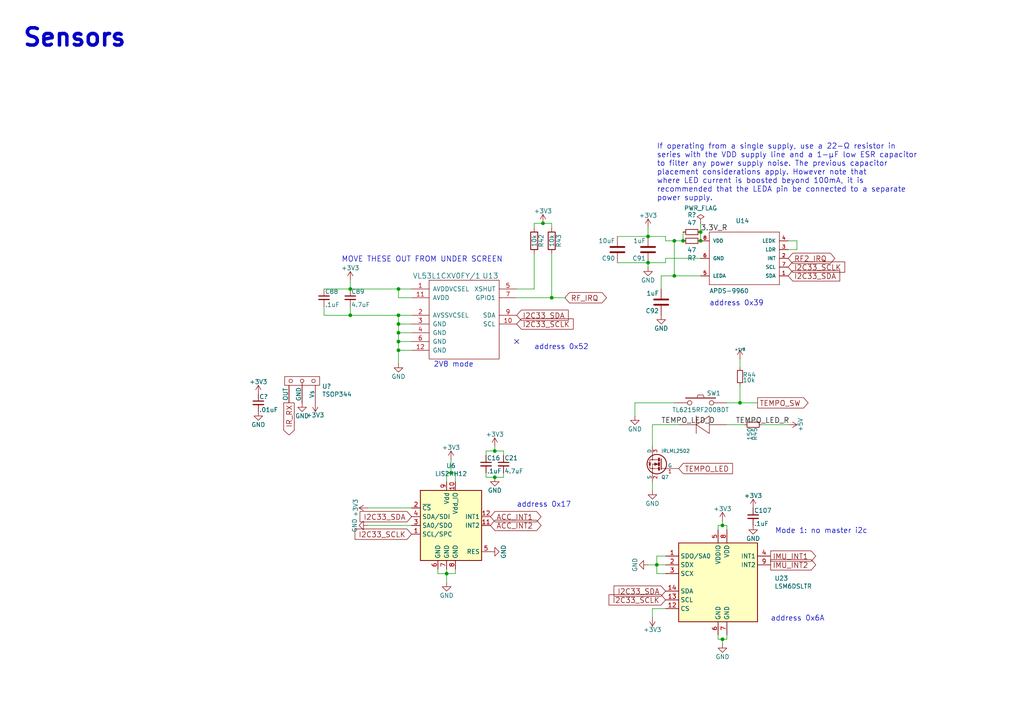
<source format=kicad_sch>
(kicad_sch (version 20230121) (generator eeschema)
  (paper "A4")
  (lib_symbols
    (symbol "DFTBoard-rescue:APDS-9960" (pin_names (offset 1.016))
      (property "Reference" "U" (at -2.54 10.16 0))
      (property "Value" "APDS-9960" (at -10.16 -10.16 0))
      (symbol "APDS-9960_1_0"
        (polyline (pts (xy -10.16 -7.62) (xy -10.16 7.62)))
        (polyline (pts (xy -10.16 7.62) (xy 10.16 7.62)))
        (polyline (pts (xy 10.16 -7.62) (xy -10.16 -7.62)))
        (polyline (pts (xy 10.16 7.62) (xy 10.16 -7.62)))
      )
      (symbol "APDS-9960_1_1"
        (pin bidirectional line (at 12.7 -5.08 180) (length 2.54) (name "SDA") (number "1"))
        (pin bidirectional line (at 12.7 0 180) (length 2.54) (name "INT") (number "2"))
        (pin bidirectional line (at 12.7 2.54 180) (length 2.54) (name "LDR") (number "3"))
        (pin bidirectional line (at 12.7 5.08 180) (length 2.54) (name "LEDK") (number "4"))
        (pin bidirectional line (at -12.7 -5.08 0) (length 2.54) (name "LEDA") (number "5"))
        (pin power_in line (at -12.7 0 0) (length 2.54) (name "GND") (number "6"))
        (pin input line (at 12.7 -2.54 180) (length 2.54) (name "SCL") (number "7"))
        (pin power_in line (at -12.7 5.08 0) (length 2.54) (name "VDD") (number "8"))
      )
    )
    (symbol "DFTBoard-rescue:IRLML2502-" (pin_names (offset 0))
      (property "Reference" "Q" (at 0 -3.7846 0))
      (property "Value" "IRLML2502-" (at 0 3.81 0))
      (symbol "IRLML2502-_0_1"
        (polyline (pts (xy 0.635 -1.016) (xy 0.635 -1.651)) (stroke (width 0.508)))
        (polyline (pts (xy 0.635 0.381) (xy 0.635 -0.381)) (stroke (width 0.508)))
        (polyline (pts (xy 0.635 1.651) (xy 0.635 1.016)) (stroke (width 0.508)))
        (polyline (pts (xy 3.048 0.381) (xy 2.921 0.254)))
        (polyline (pts (xy 3.048 0.381) (xy 3.556 0.381)))
        (polyline (pts (xy 3.556 0.381) (xy 3.683 0.508)))
        (polyline (pts (xy 0 1.524) (xy 0 -1.524) (xy 0 -1.524)) (stroke (width 0.254)))
        (polyline (pts (xy 0.762 -1.27) (xy 2.54 -1.27) (xy 2.54 -2.54) (xy 2.54 -2.54)))
        (polyline (pts (xy 0.762 1.27) (xy 2.54 1.27) (xy 2.54 2.54) (xy 2.54 2.54)))
        (polyline (pts (xy 2.54 1.27) (xy 3.302 1.27) (xy 3.302 -1.27) (xy 2.54 -1.27)))
        (polyline (pts (xy 3.302 0.381) (xy 3.048 -0.254) (xy 3.556 -0.254) (xy 3.302 0.381)) (fill (type outline)))
        (polyline (pts (xy 0.762 0) (xy 1.27 0) (xy 2.54 0) (xy 2.54 -1.27) (xy 2.54 -1.27)))
        (polyline (pts (xy 0.889 0) (xy 1.905 0.381) (xy 1.905 -0.381) (xy 0.889 0) (xy 1.016 0) (xy 1.016 0)) (fill (type outline)))
        (circle (center 1.27 0) (radius 2.8194) (stroke (width 0.254)))
        (circle (center 2.54 -1.27) (radius 0.127))
        (circle (center 2.54 1.27) (radius 0.127))
      )
      (symbol "IRLML2502-_1_1"
        (pin input line (at -5.08 -1.27 0) (length 5.08) (name "G") (number "1"))
        (pin passive line (at 2.54 -5.08 90) (length 2.54) (name "S") (number "2"))
        (pin passive line (at 2.54 5.08 270) (length 2.54) (name "D") (number "3"))
      )
    )
    (symbol "DFTBoard-rescue:LIS2HH12-Sensor_Motion"
      (property "Reference" "U" (at -5.08 11.43 0))
      (property "Value" "Sensor_Motion_LIS2HH12" (at 3.81 11.43 0))
      (symbol "LIS2HH12-Sensor_Motion_0_1"
        (rectangle (start -7.62 10.16) (end 10.16 -10.16) (stroke (width 0.254)) (fill (type background)))
      )
      (symbol "LIS2HH12-Sensor_Motion_1_1"
        (pin input line (at -10.16 -2.54 0) (length 2.54) (name "SCL/SPC") (number "1"))
        (pin power_in line (at 2.54 12.7 270) (length 2.54) (name "Vdd_IO") (number "10"))
        (pin output line (at 12.7 0 180) (length 2.54) (name "INT2") (number "11"))
        (pin output line (at 12.7 2.54 180) (length 2.54) (name "INT1") (number "12"))
        (pin input line (at -10.16 5.08 0) (length 2.54) (name "~{CS}") (number "2"))
        (pin bidirectional line (at -10.16 0 0) (length 2.54) (name "SA0/SDO") (number "3"))
        (pin bidirectional line (at -10.16 2.54 0) (length 2.54) (name "SDA/SDI") (number "4"))
        (pin passive line (at 12.7 -7.62 180) (length 2.54) (name "RES") (number "5"))
        (pin power_in line (at -2.54 -12.7 90) (length 2.54) (name "GND") (number "6"))
        (pin power_in line (at 0 -12.7 90) (length 2.54) (name "GND") (number "7"))
        (pin power_in line (at 2.54 -12.7 90) (length 2.54) (name "GND") (number "8"))
        (pin power_in line (at 0 12.7 270) (length 2.54) (name "Vdd") (number "9"))
      )
    )
    (symbol "DFTBoard-rescue:LSM6DS3-Sensor_Motion"
      (property "Reference" "U" (at -11.43 15.24 0))
      (property "Value" "Sensor_Motion_LSM6DS3" (at -11.43 12.7 0))
      (symbol "LSM6DS3-Sensor_Motion_0_1"
        (rectangle (start 11.43 11.43) (end -11.43 -11.43) (stroke (width 0.254)) (fill (type background)))
      )
      (symbol "LSM6DS3-Sensor_Motion_1_1"
        (pin bidirectional line (at -15.24 7.62 0) (length 3.81) (name "SDO/SA0") (number "1"))
        (pin no_connect line (at 10.16 -5.08 180) (length 3.81) hide (name "NC") (number "10"))
        (pin no_connect line (at 10.16 -2.54 180) (length 3.81) hide (name "NC") (number "11"))
        (pin input line (at -15.24 -7.62 0) (length 3.81) (name "CS") (number "12"))
        (pin input line (at -15.24 -5.08 0) (length 3.81) (name "SCL") (number "13"))
        (pin bidirectional line (at -15.24 -2.54 0) (length 3.81) (name "SDA") (number "14"))
        (pin bidirectional line (at -15.24 5.08 0) (length 3.81) (name "SDX") (number "2"))
        (pin input line (at -15.24 2.54 0) (length 3.81) (name "SCX") (number "3"))
        (pin output line (at 15.24 7.62 180) (length 3.81) (name "INT1") (number "4"))
        (pin power_in line (at 0 15.24 270) (length 3.81) (name "VDDIO") (number "5"))
        (pin power_in line (at 0 -15.24 90) (length 3.81) (name "GND") (number "6"))
        (pin power_in line (at 2.54 -15.24 90) (length 3.81) (name "GND") (number "7"))
        (pin power_in line (at 2.54 15.24 270) (length 3.81) (name "VDD") (number "8"))
        (pin output line (at 15.24 5.08 180) (length 3.81) (name "INT2") (number "9"))
      )
    )
    (symbol "DFTBoard-rescue:SW_IL-" (pin_numbers hide) (pin_names (offset 1.016) hide)
      (property "Reference" "SW" (at 3.81 2.794 0))
      (property "Value" "SW_IL-" (at 0 -2.032 0))
      (symbol "SW_IL-_0_1"
        (rectangle (start -4.318 1.27) (end 4.318 1.524))
        (polyline (pts (xy -1.27 -3.81) (xy -1.27 -8.89)))
        (polyline (pts (xy -1.016 1.524) (xy -0.762 2.286) (xy 0.762 2.286) (xy 1.016 1.524)))
        (polyline (pts (xy 2.54 -3.81) (xy 2.54 -8.89) (xy -1.27 -6.35) (xy 2.54 -3.81)))
        (pin passive inverted (at -7.62 0 0) (length 5.08) (name "~") (number "1"))
        (pin passive inverted (at 7.62 0 180) (length 5.08) (name "~") (number "2"))
        (pin passive line (at -6.35 -6.35 0) (length 5.08) (name "~") (number "3"))
      )
      (symbol "SW_IL-_1_1"
        (pin passive line (at 7.62 -6.35 180) (length 5.08) (name "~") (number "4"))
      )
    )
    (symbol "DFTBoard-rescue:VL53L0X" (pin_names (offset 1.016))
      (property "Reference" "U" (at 7.62 13.97 0))
      (property "Value" "VL53L0X" (at -5.08 13.97 0))
      (symbol "VL53L0X_0_1"
        (rectangle (start -10.16 12.7) (end 10.16 -10.16))
      )
      (symbol "VL53L0X_1_1"
        (pin input line (at -15.24 10.16 0) (length 5.08) (name "AVDDVCSEL") (number "1"))
        (pin input line (at 15.24 0 180) (length 5.08) (name "SCL") (number "10"))
        (pin input line (at -15.24 7.62 0) (length 5.08) (name "AVDD") (number "11"))
        (pin input line (at -15.24 -7.62 0) (length 5.08) (name "GND") (number "12"))
        (pin input line (at -15.24 2.54 0) (length 5.08) (name "AVSSVCSEL") (number "2"))
        (pin input line (at -15.24 0 0) (length 5.08) (name "GND") (number "3"))
        (pin input line (at -15.24 -2.54 0) (length 5.08) (name "GND") (number "4"))
        (pin input line (at 15.24 10.16 180) (length 5.08) (name "XSHUT") (number "5"))
        (pin input line (at -15.24 -5.08 0) (length 5.08) (name "GND") (number "6"))
        (pin input line (at 15.24 7.62 180) (length 5.08) (name "GPIO1") (number "7"))
        (pin input line (at 15.24 -5.08 180) (length 5.08) hide (name "DNC") (number "8"))
        (pin input line (at 15.24 2.54 180) (length 5.08) (name "SDA") (number "9"))
      )
    )
    (symbol "DFTCustom:TSOP344" (pin_numbers hide) (pin_names (offset 0))
      (property "Reference" "U?" (at 5.08 -2.54 0))
      (property "Value" "TSOP344" (at 0 2.794 0))
      (symbol "TSOP344_0_0"
        (circle (center -3.302 0) (radius 0.508))
        (circle (center 0 0) (radius 0.508))
        (circle (center 3.302 0) (radius 0.508))
      )
      (symbol "TSOP344_0_1"
        (polyline (pts (xy 0 -0.508) (xy 0 -1.27)))
        (rectangle (start 5.08 1.27) (end -5.08 -1.27))
      )
      (symbol "TSOP344_1_1"
        (pin output line (at -3.81 -6.35 90) (length 5.0038) (name "OUT") (number "1"))
        (pin power_in line (at 0 -6.35 90) (length 5.0038) (name "GND") (number "2"))
        (pin power_in line (at 3.81 -6.35 90) (length 5.0038) (name "Vs") (number "3"))
      )
    )
    (symbol "Device:C" (pin_numbers hide) (pin_names (offset 0.254))
      (property "Reference" "C" (at 0.635 2.54 0))
      (property "Value" "C" (at 0.635 -2.54 0))
      (symbol "C_0_1"
        (polyline (pts (xy -2.032 -0.762) (xy 2.032 -0.762)) (stroke (width 0.508)))
        (polyline (pts (xy -2.032 0.762) (xy 2.032 0.762)) (stroke (width 0.508)))
      )
      (symbol "C_1_1"
        (pin passive line (at 0 3.81 270) (length 2.794) (name "~") (number "1"))
        (pin passive line (at 0 -3.81 90) (length 2.794) (name "~") (number "2"))
      )
    )
    (symbol "Device:C_Small" (pin_numbers hide) (pin_names (offset 0.254) hide)
      (property "Reference" "C" (at 0.254 1.778 0))
      (property "Value" "C_Small" (at 0.254 -2.032 0))
      (symbol "C_Small_0_1"
        (polyline (pts (xy -1.524 -0.508) (xy 1.524 -0.508)) (stroke (width 0.3302)))
        (polyline (pts (xy -1.524 0.508) (xy 1.524 0.508)) (stroke (width 0.3048)))
      )
      (symbol "C_Small_1_1"
        (pin passive line (at 0 2.54 270) (length 2.032) (name "~") (number "1"))
        (pin passive line (at 0 -2.54 90) (length 2.032) (name "~") (number "2"))
      )
    )
    (symbol "Device:R" (pin_numbers hide) (pin_names (offset 0))
      (property "Reference" "R" (at 2.032 0 90))
      (property "Value" "R" (at 0 0 90))
      (symbol "R_0_1"
        (rectangle (start -1.016 -2.54) (end 1.016 2.54) (stroke (width 0.254)))
      )
      (symbol "R_1_1"
        (pin passive line (at 0 3.81 270) (length 1.27) (name "~") (number "1"))
        (pin passive line (at 0 -3.81 90) (length 1.27) (name "~") (number "2"))
      )
    )
    (symbol "Device:R_Small" (pin_numbers hide) (pin_names (offset 0.254) hide)
      (property "Reference" "R" (at 0.762 0.508 0))
      (property "Value" "R_Small" (at 0.762 -1.016 0))
      (symbol "R_Small_0_1"
        (rectangle (start -0.762 1.778) (end 0.762 -1.778) (stroke (width 0.2032)))
      )
      (symbol "R_Small_1_1"
        (pin passive line (at 0 2.54 270) (length 0.762) (name "~") (number "1"))
        (pin passive line (at 0 -2.54 90) (length 0.762) (name "~") (number "2"))
      )
    )
    (symbol "power:+1V8" (power) (pin_names (offset 0))
      (property "Value" "+1V8" (at 0 3.556 0))
      (symbol "+1V8_0_1"
        (polyline (pts (xy -0.762 1.27) (xy 0 2.54)))
        (polyline (pts (xy 0 0) (xy 0 2.54)))
        (polyline (pts (xy 0 2.54) (xy 0.762 1.27)))
      )
      (symbol "+1V8_1_1"
        (pin power_in line (at 0 0 90) (length 0) hide (name "+1V8") (number "1"))
      )
    )
    (symbol "power:+3V3" (power) (pin_names (offset 0))
      (property "Value" "+3V3" (at 0 3.556 0))
      (symbol "+3V3_0_1"
        (polyline (pts (xy -0.762 1.27) (xy 0 2.54)))
        (polyline (pts (xy 0 0) (xy 0 2.54)))
        (polyline (pts (xy 0 2.54) (xy 0.762 1.27)))
      )
      (symbol "+3V3_1_1"
        (pin power_in line (at 0 0 90) (length 0) hide (name "+3V3") (number "1"))
      )
    )
    (symbol "power:+5V" (power) (pin_names (offset 0))
      (property "Value" "+5V" (at 0 3.556 0))
      (symbol "+5V_0_1"
        (polyline (pts (xy -0.762 1.27) (xy 0 2.54)))
        (polyline (pts (xy 0 0) (xy 0 2.54)))
        (polyline (pts (xy 0 2.54) (xy 0.762 1.27)))
      )
      (symbol "+5V_1_1"
        (pin power_in line (at 0 0 90) (length 0) hide (name "+5V") (number "1"))
      )
    )
    (symbol "power:GND" (power) (pin_names (offset 0))
      (property "Value" "GND" (at 0 -3.81 0))
      (symbol "GND_0_1"
        (polyline (pts (xy 0 0) (xy 0 -1.27) (xy 1.27 -1.27) (xy 0 -2.54) (xy -1.27 -1.27) (xy 0 -1.27)))
      )
      (symbol "GND_1_1"
        (pin power_in line (at 0 0 270) (length 0) hide (name "GND") (number "1"))
      )
    )
    (symbol "power:PWR_FLAG" (power) (pin_numbers hide) (pin_names (offset 0) hide)
      (property "Value" "PWR_FLAG" (at 0 3.81 0))
      (symbol "PWR_FLAG_0_0"
        (pin power_out line (at 0 0 90) (length 0) (name "pwr") (number "1"))
      )
      (symbol "PWR_FLAG_0_1"
        (polyline (pts (xy 0 0) (xy 0 1.27) (xy -1.016 1.905) (xy 0 2.54) (xy 1.016 1.905) (xy 0 1.27)))
      )
    )
  )
  (junction (at 157.48 64.77))
  (junction (at 203.2 69.85))
  (junction (at 115.57 93.98))
  (junction (at 209.55 152.4))
  (junction (at 209.55 185.42))
  (junction (at 129.54 166.37))
  (junction (at 190.5 163.83))
  (junction (at 198.12 69.85))
  (junction (at 101.6 91.44))
  (junction (at 143.51 130.81))
  (junction (at 160.02 86.36))
  (junction (at 195.58 80.01))
  (junction (at 101.6 83.82))
  (junction (at 115.57 96.52))
  (junction (at 115.57 99.06))
  (junction (at 115.57 101.6))
  (junction (at 214.63 116.84))
  (junction (at 187.96 76.2))
  (junction (at 115.57 91.44))
  (junction (at 195.58 69.85))
  (junction (at 143.51 138.43))
  (junction (at 203.2 67.31))
  (junction (at 130.81 137.16))
  (junction (at 115.57 83.82))
  (junction (at 187.96 68.58))
  (no_connect (at 149.86 99.06))
  (wire (pts (xy 119.38 99.06) (xy 115.57 99.06)))
  (wire (pts (xy 146.05 138.43) (xy 143.51 138.43)))
  (wire (pts (xy 193.04 166.37) (xy 190.5 166.37)))
  (wire (pts (xy 196.85 123.19) (xy 189.23 123.19)))
  (wire (pts (xy 209.55 152.4) (xy 210.82 152.4)))
  (wire (pts (xy 115.57 96.52) (xy 115.57 99.06)))
  (wire (pts (xy 119.38 86.36) (xy 115.57 86.36)))
  (wire (pts (xy 154.94 83.82) (xy 154.94 73.66)))
  (wire (pts (xy 160.02 64.77) (xy 160.02 66.04)))
  (wire (pts (xy 193.04 163.83) (xy 190.5 163.83)))
  (wire (pts (xy 93.98 91.44) (xy 101.6 91.44)))
  (wire (pts (xy 187.96 68.58) (xy 193.04 68.58)))
  (wire (pts (xy 149.86 86.36) (xy 160.02 86.36)))
  (wire (pts (xy 132.08 137.16) (xy 132.08 139.7)))
  (wire (pts (xy 115.57 86.36) (xy 115.57 83.82)))
  (wire (pts (xy 119.38 152.4) (xy 106.68 152.4)))
  (wire (pts (xy 115.57 99.06) (xy 115.57 101.6)))
  (wire (pts (xy 101.6 91.44) (xy 115.57 91.44)))
  (wire (pts (xy 101.6 83.82) (xy 115.57 83.82)))
  (wire (pts (xy 189.23 139.7) (xy 189.23 142.24)))
  (wire (pts (xy 129.54 165.1) (xy 129.54 166.37)))
  (wire (pts (xy 193.04 176.53) (xy 189.23 176.53)))
  (wire (pts (xy 193.04 68.58) (xy 193.04 69.85)))
  (wire (pts (xy 154.94 66.04) (xy 154.94 64.77)))
  (wire (pts (xy 106.68 147.32) (xy 119.38 147.32)))
  (wire (pts (xy 160.02 86.36) (xy 160.02 73.66)))
  (wire (pts (xy 195.58 80.01) (xy 203.2 80.01)))
  (wire (pts (xy 193.04 161.29) (xy 190.5 161.29)))
  (wire (pts (xy 231.14 72.39) (xy 231.14 69.85)))
  (wire (pts (xy 189.23 176.53) (xy 189.23 179.07)))
  (wire (pts (xy 119.38 96.52) (xy 115.57 96.52)))
  (wire (pts (xy 140.97 130.81) (xy 143.51 130.81)))
  (wire (pts (xy 143.51 138.43) (xy 140.97 138.43)))
  (wire (pts (xy 130.81 137.16) (xy 132.08 137.16)))
  (wire (pts (xy 140.97 130.81) (xy 140.97 132.08)))
  (wire (pts (xy 231.14 69.85) (xy 228.6 69.85)))
  (wire (pts (xy 195.58 116.84) (xy 184.15 116.84)))
  (wire (pts (xy 129.54 166.37) (xy 132.08 166.37)))
  (wire (pts (xy 146.05 137.16) (xy 146.05 138.43)))
  (wire (pts (xy 187.96 76.2) (xy 187.96 77.47)))
  (wire (pts (xy 190.5 161.29) (xy 190.5 163.83)))
  (wire (pts (xy 129.54 168.91) (xy 129.54 166.37)))
  (wire (pts (xy 195.58 69.85) (xy 195.58 80.01)))
  (wire (pts (xy 208.28 184.15) (xy 208.28 185.42)))
  (wire (pts (xy 214.63 116.84) (xy 219.71 116.84)))
  (wire (pts (xy 146.05 130.81) (xy 146.05 132.08)))
  (wire (pts (xy 209.55 151.13) (xy 209.55 152.4)))
  (wire (pts (xy 115.57 83.82) (xy 119.38 83.82)))
  (wire (pts (xy 93.98 91.44) (xy 93.98 88.9)))
  (wire (pts (xy 191.77 80.01) (xy 191.77 83.82)))
  (wire (pts (xy 193.04 74.93) (xy 203.2 74.93)))
  (wire (pts (xy 203.2 67.31) (xy 203.2 69.85)))
  (wire (pts (xy 208.28 153.67) (xy 208.28 152.4)))
  (wire (pts (xy 203.2 64.77) (xy 203.2 67.31)))
  (wire (pts (xy 209.55 185.42) (xy 209.55 186.69)))
  (wire (pts (xy 101.6 81.28) (xy 101.6 83.82)))
  (wire (pts (xy 127 165.1) (xy 127 166.37)))
  (wire (pts (xy 93.98 83.82) (xy 101.6 83.82)))
  (wire (pts (xy 193.04 69.85) (xy 195.58 69.85)))
  (wire (pts (xy 143.51 129.54) (xy 143.51 130.81)))
  (wire (pts (xy 210.82 184.15) (xy 210.82 185.42)))
  (wire (pts (xy 187.96 66.04) (xy 187.96 68.58)))
  (wire (pts (xy 119.38 101.6) (xy 115.57 101.6)))
  (wire (pts (xy 214.63 111.76) (xy 214.63 116.84)))
  (wire (pts (xy 187.96 76.2) (xy 193.04 76.2)))
  (wire (pts (xy 208.28 152.4) (xy 209.55 152.4)))
  (wire (pts (xy 115.57 91.44) (xy 119.38 91.44)))
  (wire (pts (xy 140.97 138.43) (xy 140.97 137.16)))
  (wire (pts (xy 157.48 64.77) (xy 160.02 64.77)))
  (wire (pts (xy 143.51 130.81) (xy 146.05 130.81)))
  (wire (pts (xy 179.07 68.58) (xy 187.96 68.58)))
  (wire (pts (xy 160.02 86.36) (xy 163.83 86.36)))
  (wire (pts (xy 220.98 123.19) (xy 228.6 123.19)))
  (wire (pts (xy 115.57 101.6) (xy 115.57 105.41)))
  (wire (pts (xy 127 166.37) (xy 129.54 166.37)))
  (wire (pts (xy 184.15 116.84) (xy 184.15 120.65)))
  (wire (pts (xy 130.81 133.35) (xy 130.81 137.16)))
  (wire (pts (xy 129.54 137.16) (xy 130.81 137.16)))
  (wire (pts (xy 119.38 93.98) (xy 115.57 93.98)))
  (wire (pts (xy 210.82 123.19) (xy 215.9 123.19)))
  (wire (pts (xy 115.57 93.98) (xy 115.57 96.52)))
  (wire (pts (xy 210.82 116.84) (xy 214.63 116.84)))
  (wire (pts (xy 190.5 163.83) (xy 187.96 163.83)))
  (wire (pts (xy 193.04 76.2) (xy 193.04 74.93)))
  (wire (pts (xy 228.6 72.39) (xy 231.14 72.39)))
  (wire (pts (xy 190.5 163.83) (xy 190.5 166.37)))
  (wire (pts (xy 101.6 91.44) (xy 101.6 88.9)))
  (wire (pts (xy 115.57 91.44) (xy 115.57 93.98)))
  (wire (pts (xy 132.08 166.37) (xy 132.08 165.1)))
  (wire (pts (xy 189.23 123.19) (xy 189.23 129.54)))
  (wire (pts (xy 179.07 76.2) (xy 187.96 76.2)))
  (wire (pts (xy 195.58 69.85) (xy 198.12 69.85)))
  (wire (pts (xy 154.94 83.82) (xy 149.86 83.82)))
  (wire (pts (xy 210.82 185.42) (xy 209.55 185.42)))
  (wire (pts (xy 210.82 152.4) (xy 210.82 153.67)))
  (wire (pts (xy 208.28 185.42) (xy 209.55 185.42)))
  (wire (pts (xy 129.54 139.7) (xy 129.54 137.16)))
  (wire (pts (xy 195.58 80.01) (xy 191.77 80.01)))
  (wire (pts (xy 214.63 106.68) (xy 214.63 104.14)))
  (wire (pts (xy 154.94 64.77) (xy 157.48 64.77)))
  (wire (pts (xy 198.12 67.31) (xy 198.12 69.85)))
  (text "address 0x6A" (at 223.52 180.34 0) (effects (font (size 1.524 1.524)) (justify left bottom)))
  (text "address 0x52" (at 154.94 101.6 0) (effects (font (size 1.524 1.524)) (justify left bottom)))
  (text "If operating from a single supply, use a 22-Ω resistor in\nseries with the VDD supply line and a 1-μF low ESR capacitor \nto filter any power supply noise. The previous capacitor \nplacement considerations apply. However note that\nwhere LED current is boosted beyond 100mA, it is \nrecommended that the LEDA pin be connected to a separate\npower supply. " (at 190.5 58.42 0) (effects (font (size 1.5494 1.5494)) (justify left bottom)))
  (text "2V8 mode" (at 125.73 106.68 0) (effects (font (size 1.524 1.524)) (justify left bottom)))
  (text "address 0x17" (at 149.86 147.32 0) (effects (font (size 1.524 1.524)) (justify left bottom)))
  (text "Mode 1: no master i2c" (at 224.79 154.94 0) (effects (font (size 1.524 1.524)) (justify left bottom)))
  (text "MOVE THESE OUT FROM UNDER SCREEN" (at 99.06 76.2 0) (effects (font (size 1.5494 1.5494)) (justify left bottom)))
  (text "Sensors" (at 6.35 13.97 0) (effects (font (size 5.0038 5.0038) (thickness 1.0008) bold) (justify left bottom)))
  (text "address 0x39" (at 205.74 88.9 0) (effects (font (size 1.524 1.524)) (justify left bottom)))
  (label "3.3V_R" (at 203.2 67.31 0) (effects (font (size 1.524 1.524))))
  (label "TEMPO_LED_D" (at 191.77 123.19 0) (effects (font (size 1.524 1.524))))
  (label "TEMPO_LED_R" (at 213.36 123.19 0) (effects (font (size 1.524 1.524))))
  (global_label "I2C33_SCLK" (shape input) (at 193.04 173.99 180) (effects (font (size 1.524 1.524))) (property "Intersheetrefs" "${INTERSHEET_REFS}" (effects hide)))
  (global_label "IR_RX" (shape output) (at 83.82 116.84 270) (effects (font (size 1.524 1.524))) (property "Intersheetrefs" "${INTERSHEET_REFS}" (effects hide)))
  (global_label "I2C33_SCLK" (shape input) (at 228.6 77.47 0) (effects (font (size 1.524 1.524))) (property "Intersheetrefs" "${INTERSHEET_REFS}" (effects hide)))
  (global_label "I2C33_SDA" (shape input) (at 193.04 171.45 180) (effects (font (size 1.524 1.524))) (property "Intersheetrefs" "${INTERSHEET_REFS}" (effects hide)))
  (global_label "I2C33_SDA" (shape input) (at 119.38 149.86 180) (effects (font (size 1.524 1.524))) (property "Intersheetrefs" "${INTERSHEET_REFS}" (effects hide)))
  (global_label "ACC_INT2" (shape bidirectional) (at 142.24 152.4 0) (effects (font (size 1.524 1.524))) (property "Intersheetrefs" "${INTERSHEET_REFS}" (effects hide)))
  (global_label "I2C33_SDA" (shape input) (at 149.86 91.44 0) (effects (font (size 1.524 1.524))) (property "Intersheetrefs" "${INTERSHEET_REFS}" (effects hide)))
  (global_label "TEMPO_SW" (shape output) (at 219.71 116.84 0) (effects (font (size 1.524 1.524))) (property "Intersheetrefs" "${INTERSHEET_REFS}" (effects hide)))
  (global_label "I2C33_SCLK" (shape input) (at 119.38 154.94 180) (effects (font (size 1.524 1.524))) (property "Intersheetrefs" "${INTERSHEET_REFS}" (effects hide)))
  (global_label "TEMPO_LED" (shape input) (at 196.85 135.89 0) (effects (font (size 1.524 1.524))) (property "Intersheetrefs" "${INTERSHEET_REFS}" (effects hide)))
  (global_label "IMU_INT1" (shape output) (at 223.52 161.29 0) (effects (font (size 1.524 1.524))) (property "Intersheetrefs" "${INTERSHEET_REFS}" (effects hide)))
  (global_label "I2C33_SDA" (shape input) (at 228.6 80.01 0) (effects (font (size 1.524 1.524))) (property "Intersheetrefs" "${INTERSHEET_REFS}" (effects hide)))
  (global_label "ACC_INT1" (shape bidirectional) (at 142.24 149.86 0) (effects (font (size 1.524 1.524))) (property "Intersheetrefs" "${INTERSHEET_REFS}" (effects hide)))
  (global_label "RF2_IRQ" (shape bidirectional) (at 228.6 74.93 0) (effects (font (size 1.524 1.524))) (property "Intersheetrefs" "${INTERSHEET_REFS}" (effects hide)))
  (global_label "IMU_INT2" (shape output) (at 223.52 163.83 0) (effects (font (size 1.524 1.524))) (property "Intersheetrefs" "${INTERSHEET_REFS}" (effects hide)))
  (global_label "RF_IRQ" (shape bidirectional) (at 163.83 86.36 0) (effects (font (size 1.524 1.524))) (property "Intersheetrefs" "${INTERSHEET_REFS}" (effects hide)))
  (global_label "I2C33_SCLK" (shape input) (at 149.86 93.98 0) (effects (font (size 1.524 1.524))) (property "Intersheetrefs" "${INTERSHEET_REFS}" (effects hide)))
  (symbol (lib_id "DFTBoard-rescue:VL53L0X") (at 134.62 93.98 0) (unit 1)
    (property "Reference" "U13" (at 142.24 80.01 0) (effects (font (size 1.524 1.524))))
    (property "Value" "VL53L1CXV0FY/1" (at 129.54 80.01 0) (effects (font (size 1.524 1.524))))
    (property "Footprint" "DFTcustom:Optical_LGA12" (effects hide))
    (property "MFR" "STMicroelectronics" (effects hide))
    (property "MPN" "VL53L1CXV0FY/1" (effects hide))
    (property "SPR" "Digikey" (effects hide))
    (property "SPN" "497-17764-2-ND" (effects hide))
  )
  (symbol (lib_id "Device:C_Small") (at 101.6 86.36 0) (unit 1)
    (property "Reference" "C89" (at 101.854 84.582 0) (effects (justify left)))
    (property "Value" "4.7uF" (at 101.854 88.392 0) (effects (justify left)))
    (property "Footprint" "Capacitor_SMD:C_0402_1005Metric" (effects hide))
    (property "MFR" "Murata" (effects hide))
    (property "MPN" "GRM155R60G475ME47D" (effects hide))
    (property "SPR" "Digikey" (effects hide))
    (property "SPN" "490-11980-1-ND" (effects hide))
  )
  (symbol (lib_id "Device:C_Small") (at 93.98 86.36 0) (unit 1)
    (property "Reference" "C88" (at 94.234 84.582 0) (effects (justify left)))
    (property "Value" ".1uF" (at 94.234 88.392 0) (effects (justify left)))
    (property "Footprint" "Capacitor_SMD:C_0402_1005Metric" (effects hide))
    (property "MFR" "Yageo" (effects hide))
    (property "MPN" "CC0402KRX7R6BB104" (effects hide))
    (property "SPR" "Digikey" (effects hide))
    (property "SPN" "311-1345-1-ND" (effects hide))
  )
  (symbol (lib_id "Device:R") (at 154.94 69.85 0) (unit 1)
    (property "Reference" "R42" (at 156.972 69.85 90))
    (property "Value" "10k" (at 154.94 69.85 90))
    (property "Footprint" "Resistor_SMD:R_0402_1005Metric" (effects hide))
    (property "MFR" "Yageo" (effects hide))
    (property "MPN" "RC0402FR-0710KL" (effects hide))
    (property "SPR" "Digikey" (effects hide))
    (property "SPN" "311-10.0KLRTR-ND" (effects hide))
  )
  (symbol (lib_id "Device:R") (at 160.02 69.85 0) (unit 1)
    (property "Reference" "R43" (at 162.052 69.85 90))
    (property "Value" "10k" (at 160.02 69.85 90))
    (property "Footprint" "Resistor_SMD:R_0402_1005Metric" (effects hide))
    (property "MFR" "Yageo" (effects hide))
    (property "MPN" "RC0402FR-0710KL" (effects hide))
    (property "SPR" "Digikey" (effects hide))
    (property "SPN" "311-10.0KLRTR-ND" (effects hide))
  )
  (symbol (lib_id "power:+3V3") (at 101.6 81.28 0) (unit 1)
    (property "Reference" "#PWR0139" (effects hide))
    (property "Value" "+3.3V" (at 101.6 77.724 0))
  )
  (symbol (lib_id "power:GND") (at 115.57 105.41 0) (unit 1)
    (property "Reference" "#PWR0140" (effects hide))
    (property "Value" "GND" (at 115.57 109.22 0))
  )
  (symbol (lib_id "DFTBoard-rescue:APDS-9960") (at 215.9 74.93 0) (unit 1)
    (property "Reference" "U14" (at 213.36 64.77 0) (effects (justify left bottom)))
    (property "Value" "APDS-9960" (at 205.74 85.09 0) (effects (justify left bottom)))
    (property "Footprint" "DFTcustom:APDS_9960" (effects hide))
    (property "MFR" "Broadcom Limited" (effects hide))
    (property "MPN" "APDS-9960" (effects hide))
    (property "SPR" "Digikey" (effects hide))
    (property "SPN" "516-3480-1-ND" (effects hide))
    (property "SPURL" "-" (effects hide))
  )
  (symbol (lib_id "Device:C") (at 187.96 72.39 180) (unit 1)
    (property "Reference" "C91" (at 187.325 74.93 0) (effects (justify left)))
    (property "Value" "1uF" (at 187.325 69.85 0) (effects (justify left)))
    (property "Footprint" "Capacitor_SMD:C_0402_1005Metric" (effects hide))
    (property "MFR" "Yageo" (effects hide))
    (property "MPN" "CC0402KRX5R6BB105" (effects hide))
    (property "SPR" "Digikey" (effects hide))
    (property "SPN" "311-1439-1-ND" (effects hide))
  )
  (symbol (lib_id "Device:C") (at 191.77 87.63 180) (unit 1)
    (property "Reference" "C92" (at 191.135 90.17 0) (effects (justify left)))
    (property "Value" "1uF" (at 191.135 85.09 0) (effects (justify left)))
    (property "Footprint" "Capacitor_SMD:C_0402_1005Metric" (effects hide))
    (property "MFR" "Yageo" (effects hide))
    (property "MPN" "CC0402KRX5R6BB105" (effects hide))
    (property "SPR" "Digikey" (effects hide))
    (property "SPN" "311-1439-1-ND" (effects hide))
  )
  (symbol (lib_id "power:GND") (at 191.77 91.44 0) (unit 1)
    (property "Reference" "#PWR0146" (effects hide))
    (property "Value" "GND" (at 191.77 95.25 0))
  )
  (symbol (lib_id "power:+3V3") (at 187.96 66.04 0) (unit 1)
    (property "Reference" "#PWR0143" (effects hide))
    (property "Value" "+3.3V" (at 187.96 62.484 0))
  )
  (symbol (lib_id "power:GND") (at 187.96 77.47 0) (unit 1)
    (property "Reference" "#PWR0144" (effects hide))
    (property "Value" "GND" (at 187.96 81.28 0))
  )
  (symbol (lib_id "Device:C") (at 179.07 72.39 180) (unit 1)
    (property "Reference" "C90" (at 178.435 74.93 0) (effects (justify left)))
    (property "Value" "10uF" (at 178.435 69.85 0) (effects (justify left)))
    (property "Footprint" "Capacitor_SMD:C_0603_1608Metric" (effects hide))
    (property "MFR" "Murata" (effects hide))
    (property "MPN" "GRM188R61A106KE69J" (effects hide))
    (property "SPR" "Digikey" (effects hide))
    (property "SPN" "490-14372-1-ND" (effects hide))
  )
  (symbol (lib_id "DFTBoard-rescue:SW_IL-") (at 203.2 116.84 0) (unit 1)
    (property "Reference" "SW1" (at 207.01 114.046 0))
    (property "Value" "TL6215RF200BDT" (at 203.2 118.872 0))
    (property "Footprint" "DFTcustom:tl6215_right_angle" (effects hide))
    (property "MFR" "E-Switch Inc" (effects hide))
    (property "MPN" "TL6215RF200BDT" (effects hide))
    (property "SPR" "Digikey" (effects hide))
    (property "SPN" "EG5162-ND " (effects hide))
  )
  (symbol (lib_id "power:GND") (at 184.15 120.65 0) (unit 1)
    (property "Reference" "#PWR0142" (effects hide))
    (property "Value" "GND" (at 184.15 124.46 0))
  )
  (symbol (lib_id "DFTBoard-rescue:IRLML2502-") (at 191.77 134.62 0) (mirror y) (unit 1)
    (property "Reference" "Q7" (at 191.77 138.4046 0) (effects (font (size 1.016 1.016)) (justify right)))
    (property "Value" "IRLML2502" (at 191.77 130.81 0) (effects (font (size 1.016 1.016)) (justify right)))
    (property "Footprint" "Package_TO_SOT_SMD:SOT-23" (effects hide))
    (property "MFR" "Infineon Technologies AG" (effects hide))
    (property "MPN" "IRLML2502TRPBF" (effects hide))
    (property "SPR" "Digikey" (effects hide))
    (property "SPN" "IRLML2502PBFCT-ND" (effects hide))
  )
  (symbol (lib_id "power:GND") (at 189.23 142.24 0) (unit 1)
    (property "Reference" "#PWR0145" (effects hide))
    (property "Value" "GND" (at 189.23 146.05 0))
  )
  (symbol (lib_id "power:+5V") (at 228.6 123.19 270) (unit 1)
    (property "Reference" "#PWR0148" (effects hide))
    (property "Value" "+5V" (at 232.156 123.19 0))
  )
  (symbol (lib_id "Device:R_Small") (at 218.44 123.19 270) (unit 1)
    (property "Reference" "R45" (at 218.948 123.952 0) (effects (justify left)))
    (property "Value" "150" (at 217.424 123.952 0) (effects (justify left)))
    (property "Footprint" "Resistor_SMD:R_0402_1005Metric" (effects hide))
    (property "MFR" "Yageo" (effects hide))
    (property "MPN" "RC0402FR-07150RL" (effects hide))
    (property "SPR" "Digikey" (effects hide))
    (property "SPN" "311-150LRTR-ND" (effects hide))
  )
  (symbol (lib_id "power:+1V8") (at 214.63 104.14 0) (unit 1)
    (property "Reference" "#PWR0147" (effects hide))
    (property "Value" "+1.8V" (at 214.63 101.346 0) (effects (font (size 0.762 0.762))))
  )
  (symbol (lib_id "Device:R_Small") (at 214.63 109.22 0) (unit 1)
    (property "Reference" "R44" (at 215.392 108.712 0) (effects (justify left)))
    (property "Value" "10k" (at 215.392 110.236 0) (effects (justify left)))
    (property "Footprint" "Resistor_SMD:R_0402_1005Metric" (effects hide))
    (property "MFR" "Yageo" (effects hide))
    (property "MPN" "RC0402FR-0710KL" (effects hide))
    (property "SPR" "Digikey" (effects hide))
    (property "SPN" "311-10.0KLRTR-ND" (effects hide))
  )
  (symbol (lib_id "DFTBoard-rescue:LIS2HH12-Sensor_Motion") (at 129.54 152.4 0) (unit 1)
    (property "Reference" "U6" (at 130.81 135.1026 0))
    (property "Value" "LIS2HH12" (at 130.81 137.414 0))
    (property "Footprint" "Package_LGA:LGA-12_2x2mm_P0.5mm" (effects hide))
    (property "Datasheet" "www.st.com/resource/en/datasheet/lis2hh12.pdf" (effects hide))
    (property "MFR" "STMicroelectronics" (effects hide))
    (property "MPN" "LIS2HH12TR" (effects hide))
    (property "SPR" "Digikey" (effects hide))
    (property "SPN" "497-15069-1-ND" (effects hide))
    (property "SPURL" "-" (effects hide))
  )
  (symbol (lib_id "power:GND") (at 129.54 168.91 0) (unit 1)
    (property "Reference" "#PWR0184" (effects hide))
    (property "Value" "GND" (at 129.54 172.72 0))
  )
  (symbol (lib_id "power:+3V3") (at 130.81 133.35 0) (unit 1)
    (property "Reference" "#PWR0185" (effects hide))
    (property "Value" "+3.3V" (at 130.81 129.794 0))
  )
  (symbol (lib_id "power:+3V3") (at 106.68 147.32 90) (unit 1)
    (property "Reference" "#PWR0186" (effects hide))
    (property "Value" "+3.3V" (at 103.124 147.32 0))
  )
  (symbol (lib_id "power:GND") (at 142.24 160.02 90) (unit 1)
    (property "Reference" "#PWR0187" (effects hide))
    (property "Value" "GND" (at 146.05 160.02 0))
  )
  (symbol (lib_id "power:GND") (at 106.68 152.4 270) (unit 1)
    (property "Reference" "#PWR0207" (effects hide))
    (property "Value" "GND" (at 102.87 152.4 0))
  )
  (symbol (lib_id "Device:R_Small") (at 200.66 67.31 270) (unit 1)
    (property "Reference" "R?" (at 200.66 62.3316 90))
    (property "Value" "47" (at 200.66 64.643 90))
    (property "Footprint" "Resistor_SMD:R_0402_1005Metric" (effects hide))
    (property "MFR" "Yageo" (effects hide))
    (property "MPN" "RC0402JR-0747RL" (effects hide))
    (property "SPR" "Digikey" (effects hide))
    (property "SPN" "311-47JRTR-ND" (effects hide))
    (property "SPURL" "-" (effects hide))
    (instances (project "DFTBoard" (path "" (reference "R?") (unit 1)) (path "" (reference "R?") (unit 1)) (path "" (reference "R84") (unit 1))))
  )
  (symbol (lib_id "Device:R_Small") (at 200.66 69.85 90) (unit 1)
    (property "Reference" "R?" (at 200.66 74.8284 90))
    (property "Value" "47" (at 200.66 72.517 90))
    (property "Footprint" "Resistor_SMD:R_0402_1005Metric" (effects hide))
    (property "MFR" "Yageo" (effects hide))
    (property "MPN" "RC0402JR-0747RL" (effects hide))
    (property "SPR" "Digikey" (effects hide))
    (property "SPN" "311-47JRTR-ND" (effects hide))
    (property "SPURL" "-" (effects hide))
    (instances (project "DFTBoard" (path "" (reference "R?") (unit 1)) (path "" (reference "R?") (unit 1)) (path "" (reference "R87") (unit 1))))
  )
  (symbol (lib_id "DFTBoard-rescue:LSM6DS3-Sensor_Motion") (at 208.28 168.91 0) (unit 1)
    (property "Reference" "U23" (at 224.6376 167.7416 0) (effects (justify left)))
    (property "Value" "LSM6DSLTR" (at 224.6376 170.053 0) (effects (justify left)))
    (property "Footprint" "Package_LGA:LGA-14_3x2.5mm_P0.5mm_LayoutBorder3x4y" (effects hide))
    (property "Datasheet" "www.st.com/resource/en/datasheet/lsm6ds3.pdf" (effects hide))
    (property "MFR" "STMicroelectronics" (effects hide))
    (property "MPN" "LSM6DSLTR" (effects hide))
    (property "SPR" "Digikey" (effects hide))
    (property "SPN" "497-16705-6-ND" (effects hide))
    (property "SPURL" "-" (effects hide))
  )
  (symbol (lib_id "power:+3V3") (at 209.55 151.13 0) (unit 1)
    (property "Reference" "#PWR0346" (effects hide))
    (property "Value" "+3.3V" (at 209.55 147.574 0))
  )
  (symbol (lib_id "power:GND") (at 187.96 163.83 270) (unit 1)
    (property "Reference" "#PWR0347" (effects hide))
    (property "Value" "GND" (at 184.15 163.83 0))
  )
  (symbol (lib_id "power:GND") (at 209.55 186.69 0) (unit 1)
    (property "Reference" "#PWR0348" (effects hide))
    (property "Value" "GND" (at 209.55 190.5 0))
  )
  (symbol (lib_id "Device:C_Small") (at 218.44 149.86 0) (unit 1)
    (property "Reference" "C107" (at 218.694 148.082 0) (effects (justify left)))
    (property "Value" ".1uF" (at 218.694 151.892 0) (effects (justify left)))
    (property "Footprint" "Capacitor_SMD:C_0402_1005Metric" (effects hide))
    (property "MFR" "Yageo" (effects hide))
    (property "MPN" "CC0402KRX7R6BB104" (effects hide))
    (property "SPR" "Digikey" (effects hide))
    (property "SPN" "311-1345-1-ND" (effects hide))
  )
  (symbol (lib_id "power:+3V3") (at 218.44 147.32 0) (unit 1)
    (property "Reference" "#PWR0349" (effects hide))
    (property "Value" "+3.3V" (at 218.44 143.764 0))
  )
  (symbol (lib_id "power:GND") (at 218.44 152.4 0) (unit 1)
    (property "Reference" "#PWR0350" (effects hide))
    (property "Value" "GND" (at 218.44 156.21 0))
  )
  (symbol (lib_id "power:+3V3") (at 189.23 179.07 180) (unit 1)
    (property "Reference" "#PWR0351" (effects hide))
    (property "Value" "+3.3V" (at 189.23 182.626 0))
  )
  (symbol (lib_id "power:PWR_FLAG") (at 203.2 64.77 0) (unit 1)
    (property "Reference" "#FLG0103" (effects hide))
    (property "Value" "PWR_FLAG" (at 203.2 60.3758 0))
  )
  (symbol (lib_id "DFTCustom:TSOP344") (at 87.63 110.49 0) (unit 1)
    (property "Reference" "U?" (at 93.4212 112.0648 0) (effects (justify left)))
    (property "Value" "TSOP344" (at 93.4212 114.3762 0) (effects (justify left)))
    (property "Footprint" "DFTcustom:JUMPER_3PIN" (effects hide))
    (property "MFR" "Vishay Semiconductor" (effects hide))
    (property "MPN" "TSOP34438" (effects hide))
    (property "SPR" "Digikey" (effects hide))
    (property "SPN" "TSOP34438-ND" (effects hide))
    (property "SPURL" "-" (effects hide))
    (instances (project "DFTBoard" (path "" (reference "U?") (unit 1)) (path "" (reference "U22") (unit 1))))
  )
  (symbol (lib_id "power:GND") (at 87.63 116.84 0) (unit 1)
    (property "Reference" "#PWR?" (effects hide))
    (property "Value" "GND" (at 87.63 120.65 0))
    (instances (project "DFTBoard" (path "" (reference "#PWR?") (unit 1)) (path "" (reference "#PWR0235") (unit 1))))
  )
  (symbol (lib_id "power:+3V3") (at 91.44 116.84 180) (unit 1)
    (property "Reference" "#PWR?" (effects hide))
    (property "Value" "+3.3V" (at 91.44 120.396 0))
    (instances (project "DFTBoard" (path "" (reference "#PWR?") (unit 1)) (path "" (reference "#PWR0236") (unit 1))))
  )
  (symbol (lib_id "Device:C_Small") (at 74.93 116.84 0) (unit 1)
    (property "Reference" "C?" (at 75.184 115.062 0) (effects (justify left)))
    (property "Value" ".01uF" (at 75.184 118.872 0) (effects (justify left)))
    (property "Footprint" "Capacitor_SMD:C_0402_1005Metric" (effects hide))
    (property "MFR" "Murata" (effects hide))
    (property "SPR" "Digikey" (effects hide))
    (property "MPN" "GRM155R71H103KA88J" (effects hide))
    (property "SPN" "490-6351-1-ND" (effects hide))
    (property "SPURL" "-" (effects hide))
    (instances (project "DFTBoard" (path "" (reference "C?") (unit 1)) (path "" (reference "C?") (unit 1)) (path "" (reference "C111") (unit 1))))
  )
  (symbol (lib_id "power:+3V3") (at 74.93 114.3 0) (unit 1)
    (property "Reference" "#PWR?" (effects hide))
    (property "Value" "+3.3V" (at 74.93 110.744 0))
    (instances (project "DFTBoard" (path "" (reference "#PWR?") (unit 1)) (path "" (reference "#PWR0237") (unit 1))))
  )
  (symbol (lib_id "power:GND") (at 74.93 119.38 0) (unit 1)
    (property "Reference" "#PWR?" (effects hide))
    (property "Value" "GND" (at 74.93 123.19 0))
    (instances (project "DFTBoard" (path "" (reference "#PWR?") (unit 1)) (path "" (reference "#PWR0238") (unit 1))))
  )
  (symbol (lib_id "Device:C_Small") (at 146.05 134.62 0) (unit 1)
    (property "Reference" "C21" (at 146.304 132.842 0) (effects (justify left)))
    (property "Value" "4.7uF" (at 146.304 136.652 0) (effects (justify left)))
    (property "Footprint" "Capacitor_SMD:C_0402_1005Metric" (effects hide))
    (property "MFR" "Murata" (effects hide))
    (property "MPN" "GRM155R60G475ME47D" (effects hide))
    (property "SPR" "Digikey" (effects hide))
    (property "SPN" "490-11980-1-ND" (effects hide))
  )
  (symbol (lib_id "Device:C_Small") (at 140.97 134.62 0) (unit 1)
    (property "Reference" "C16" (at 141.224 132.842 0) (effects (justify left)))
    (property "Value" ".1uF" (at 141.224 136.652 0) (effects (justify left)))
    (property "Footprint" "Capacitor_SMD:C_0402_1005Metric" (effects hide))
    (property "MFR" "Yageo" (effects hide))
    (property "MPN" "CC0402KRX7R6BB104" (effects hide))
    (property "SPR" "Digikey" (effects hide))
    (property "SPN" "311-1345-1-ND" (effects hide))
  )
  (symbol (lib_id "power:+3V3") (at 143.51 129.54 0) (unit 1)
    (property "Reference" "#PWR0338" (effects hide))
    (property "Value" "+3.3V" (at 143.51 125.984 0))
  )
  (symbol (lib_id "power:GND") (at 143.51 138.43 0) (unit 1)
    (property "Reference" "#PWR0339" (effects hide))
    (property "Value" "GND" (at 143.51 142.24 0))
  )
  (symbol (lib_id "power:+3V3") (at 157.48 64.77 0) (unit 1)
    (property "Reference" "#PWR0141" (effects hide))
    (property "Value" "+3.3V" (at 157.48 61.214 0))
  )
)
</source>
